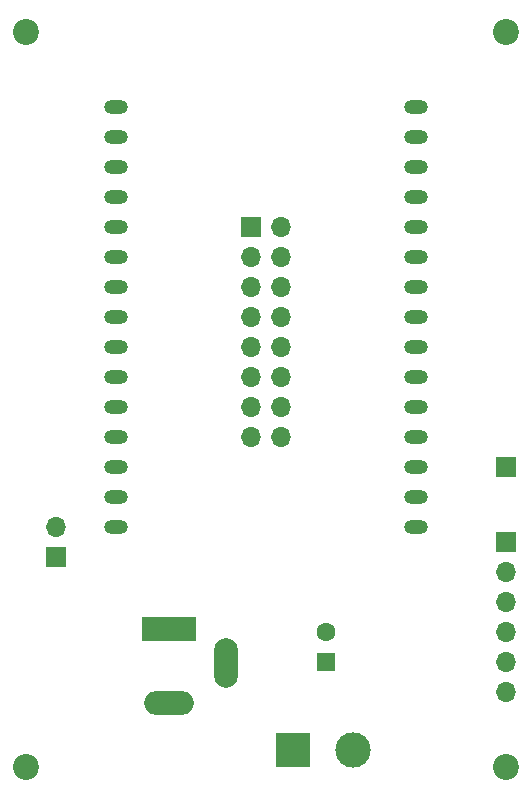
<source format=gbr>
%TF.GenerationSoftware,KiCad,Pcbnew,7.0.3*%
%TF.CreationDate,2023-06-24T17:47:24-04:00*%
%TF.ProjectId,ESP32-HUB75-Board,45535033-322d-4485-9542-37352d426f61,rev?*%
%TF.SameCoordinates,Original*%
%TF.FileFunction,Soldermask,Top*%
%TF.FilePolarity,Negative*%
%FSLAX46Y46*%
G04 Gerber Fmt 4.6, Leading zero omitted, Abs format (unit mm)*
G04 Created by KiCad (PCBNEW 7.0.3) date 2023-06-24 17:47:24*
%MOMM*%
%LPD*%
G01*
G04 APERTURE LIST*
%ADD10O,2.000000X1.200000*%
%ADD11C,2.200000*%
%ADD12O,1.700000X1.700000*%
%ADD13R,1.700000X1.700000*%
%ADD14R,4.600000X2.000000*%
%ADD15O,4.200000X2.000000*%
%ADD16O,2.000000X4.200000*%
%ADD17R,3.000000X3.000000*%
%ADD18C,3.000000*%
%ADD19R,1.600000X1.600000*%
%ADD20C,1.600000*%
G04 APERTURE END LIST*
D10*
%TO.C,U1*%
X111760000Y-71120000D03*
X111760000Y-73660000D03*
X111760000Y-76200000D03*
X111760000Y-78740000D03*
X111760000Y-81280000D03*
X111760000Y-83820000D03*
X111760000Y-86360000D03*
X111760000Y-88900000D03*
X111760000Y-91440000D03*
X111760000Y-93980000D03*
X111760000Y-96520000D03*
X111760000Y-99060000D03*
X111760000Y-101600000D03*
X111760000Y-104140000D03*
X111760000Y-106680000D03*
X137160000Y-106680000D03*
X137160000Y-104140000D03*
X137160000Y-101600000D03*
X137160000Y-99060000D03*
X137160000Y-96520000D03*
X137160000Y-93980000D03*
X137160000Y-91440000D03*
X137160000Y-88900000D03*
X137160000Y-86360000D03*
X137160000Y-83820000D03*
X137160000Y-81280000D03*
X137160000Y-78740000D03*
X137160000Y-76200000D03*
X137160000Y-73660000D03*
X137160000Y-71120000D03*
%TD*%
D11*
%TO.C,H4*%
X104140000Y-127000000D03*
%TD*%
%TO.C,H3*%
X144780000Y-127000000D03*
%TD*%
%TO.C,H2*%
X144780000Y-64770000D03*
%TD*%
%TO.C,H1*%
X104140000Y-64770000D03*
%TD*%
D12*
%TO.C,J5*%
X106680000Y-106680000D03*
D13*
X106680000Y-109220000D03*
%TD*%
D14*
%TO.C,J1*%
X116317000Y-115316000D03*
D15*
X116317000Y-121616000D03*
D16*
X121117000Y-118216000D03*
%TD*%
D13*
%TO.C,J4*%
X123185000Y-81295000D03*
D12*
X125725000Y-81295000D03*
X123185000Y-83835000D03*
X125725000Y-83835000D03*
X123185000Y-86375000D03*
X125725000Y-86375000D03*
X123185000Y-88915000D03*
X125725000Y-88915000D03*
X123185000Y-91455000D03*
X125725000Y-91455000D03*
X123185000Y-93995000D03*
X125725000Y-93995000D03*
X123185000Y-96535000D03*
X125725000Y-96535000D03*
X123185000Y-99075000D03*
X125725000Y-99075000D03*
%TD*%
D13*
%TO.C,TP1*%
X144780000Y-101600000D03*
%TD*%
D17*
%TO.C,J2*%
X126746000Y-125603000D03*
D18*
X131826000Y-125603000D03*
%TD*%
D12*
%TO.C,J3*%
X144780000Y-120650000D03*
X144780000Y-118110000D03*
X144780000Y-115570000D03*
X144780000Y-113030000D03*
X144780000Y-110490000D03*
D13*
X144780000Y-107950000D03*
%TD*%
D19*
%TO.C,C1*%
X129540000Y-118070000D03*
D20*
X129540000Y-115570000D03*
%TD*%
M02*

</source>
